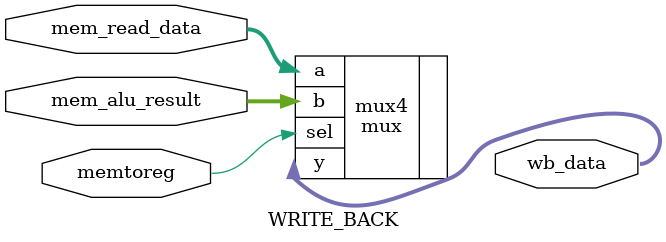
<source format=v>
`timescale 1ns / 1ps

module WRITE_BACK(
    input wire [31:0] mem_read_data,
    input wire [31:0] mem_alu_result,
    input wire        memtoreg,
    output wire [31:0] wb_data
  );
  
  mux mux4(
     .y( wb_data ),
     .a( mem_read_data ),
     .b( mem_alu_result ),
     .sel( memtoreg )
  );
    
endmodule
</source>
